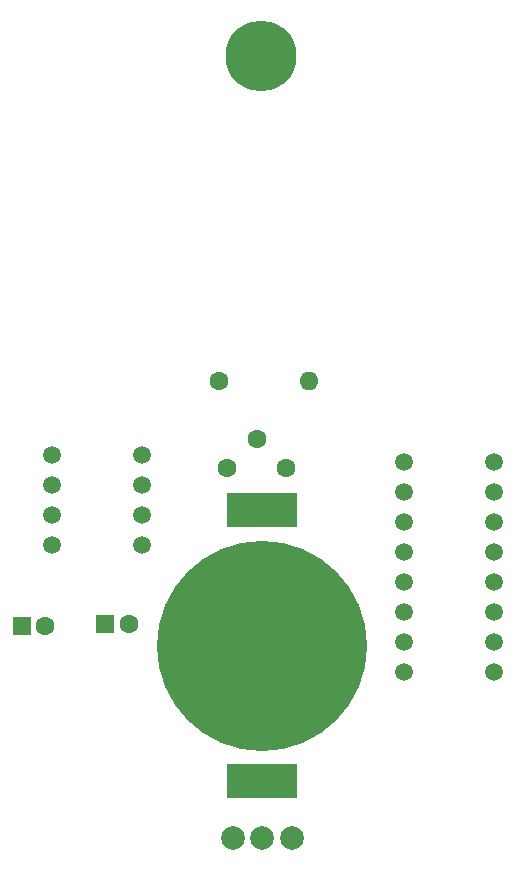
<source format=gbs>
%TF.GenerationSoftware,KiCad,Pcbnew,(6.0.7)*%
%TF.CreationDate,2022-10-09T20:43:52-07:00*%
%TF.ProjectId,IEEE_PCB_SMD,49454545-5f50-4434-925f-534d442e6b69,rev?*%
%TF.SameCoordinates,Original*%
%TF.FileFunction,Soldermask,Bot*%
%TF.FilePolarity,Negative*%
%FSLAX46Y46*%
G04 Gerber Fmt 4.6, Leading zero omitted, Abs format (unit mm)*
G04 Created by KiCad (PCBNEW (6.0.7)) date 2022-10-09 20:43:52*
%MOMM*%
%LPD*%
G01*
G04 APERTURE LIST*
%ADD10C,1.600000*%
%ADD11C,1.500000*%
%ADD12C,2.000000*%
%ADD13C,6.000000*%
%ADD14O,1.600000X1.600000*%
%ADD15R,6.000000X3.000000*%
%ADD16C,17.800000*%
%ADD17R,1.600000X1.600000*%
G04 APERTURE END LIST*
D10*
%TO.C,RV1*%
X151565000Y-80175000D03*
X149065000Y-77675000D03*
X146565000Y-80175000D03*
%TD*%
D11*
%TO.C,U2*%
X161567846Y-79600154D03*
X161567846Y-82140154D03*
X161567846Y-84680154D03*
X161567846Y-87220154D03*
X161567846Y-89760154D03*
X161567846Y-92300154D03*
X161567846Y-94840154D03*
X161567846Y-97380154D03*
X169187846Y-97380154D03*
X169187846Y-94840154D03*
X169187846Y-92300154D03*
X169187846Y-89760154D03*
X169187846Y-87220154D03*
X169187846Y-84680154D03*
X169187846Y-82140154D03*
X169187846Y-79600154D03*
%TD*%
D12*
%TO.C,SW1*%
X152037846Y-111514154D03*
X149537846Y-111514154D03*
X147037846Y-111514154D03*
%TD*%
D13*
%TO.C,REF\u002A\u002A*%
X149461000Y-45277000D03*
%TD*%
D10*
%TO.C,R1*%
X145866846Y-72753154D03*
D14*
X153486846Y-72753154D03*
%TD*%
D11*
%TO.C,U1*%
X131730846Y-79074961D03*
X131730846Y-81614961D03*
X131730846Y-84154961D03*
X131730846Y-86694961D03*
X139350846Y-86694961D03*
X139350846Y-84154961D03*
X139350846Y-81614961D03*
X139350846Y-79074961D03*
%TD*%
D15*
%TO.C,BT1*%
X149495846Y-106637154D03*
X149495846Y-83737154D03*
D16*
X149495846Y-95187154D03*
%TD*%
D17*
%TO.C,C1*%
X129178888Y-93507000D03*
D10*
X131178888Y-93507000D03*
%TD*%
D17*
%TO.C,C2*%
X136261888Y-93324000D03*
D10*
X138261888Y-93324000D03*
%TD*%
M02*

</source>
